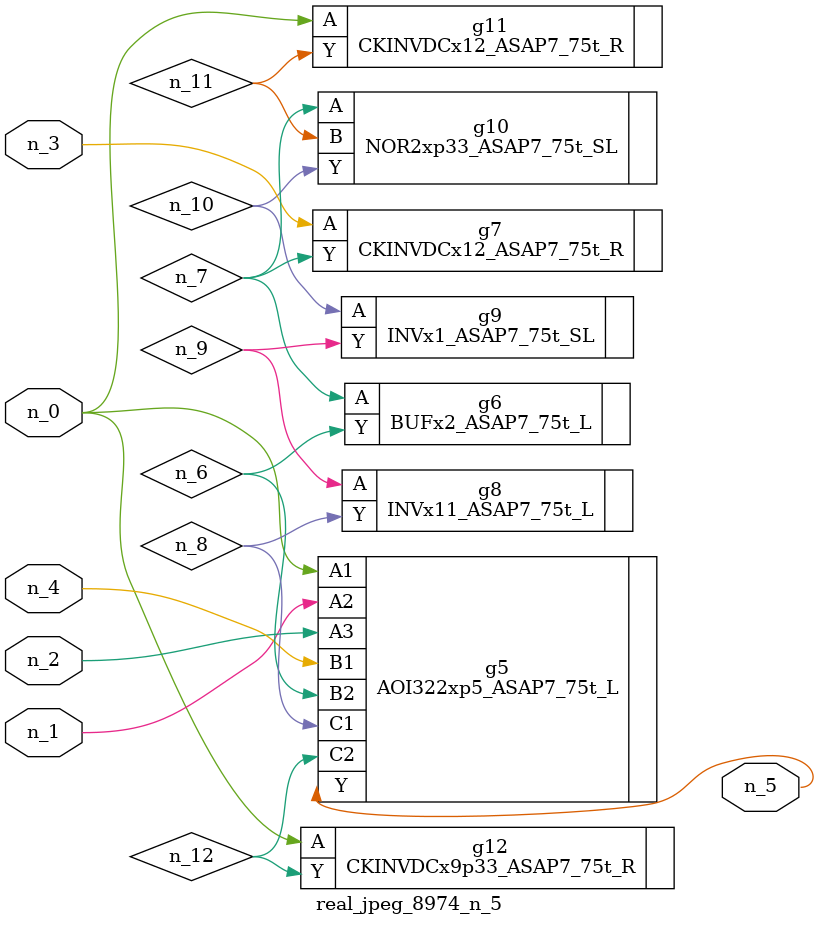
<source format=v>
module real_jpeg_8974_n_5 (n_4, n_0, n_1, n_2, n_3, n_5);

input n_4;
input n_0;
input n_1;
input n_2;
input n_3;

output n_5;

wire n_12;
wire n_8;
wire n_11;
wire n_6;
wire n_7;
wire n_10;
wire n_9;

AOI322xp5_ASAP7_75t_L g5 ( 
.A1(n_0),
.A2(n_1),
.A3(n_2),
.B1(n_4),
.B2(n_6),
.C1(n_8),
.C2(n_12),
.Y(n_5)
);

CKINVDCx12_ASAP7_75t_R g11 ( 
.A(n_0),
.Y(n_11)
);

CKINVDCx9p33_ASAP7_75t_R g12 ( 
.A(n_0),
.Y(n_12)
);

CKINVDCx12_ASAP7_75t_R g7 ( 
.A(n_3),
.Y(n_7)
);

BUFx2_ASAP7_75t_L g6 ( 
.A(n_7),
.Y(n_6)
);

NOR2xp33_ASAP7_75t_SL g10 ( 
.A(n_7),
.B(n_11),
.Y(n_10)
);

INVx11_ASAP7_75t_L g8 ( 
.A(n_9),
.Y(n_8)
);

INVx1_ASAP7_75t_SL g9 ( 
.A(n_10),
.Y(n_9)
);


endmodule
</source>
